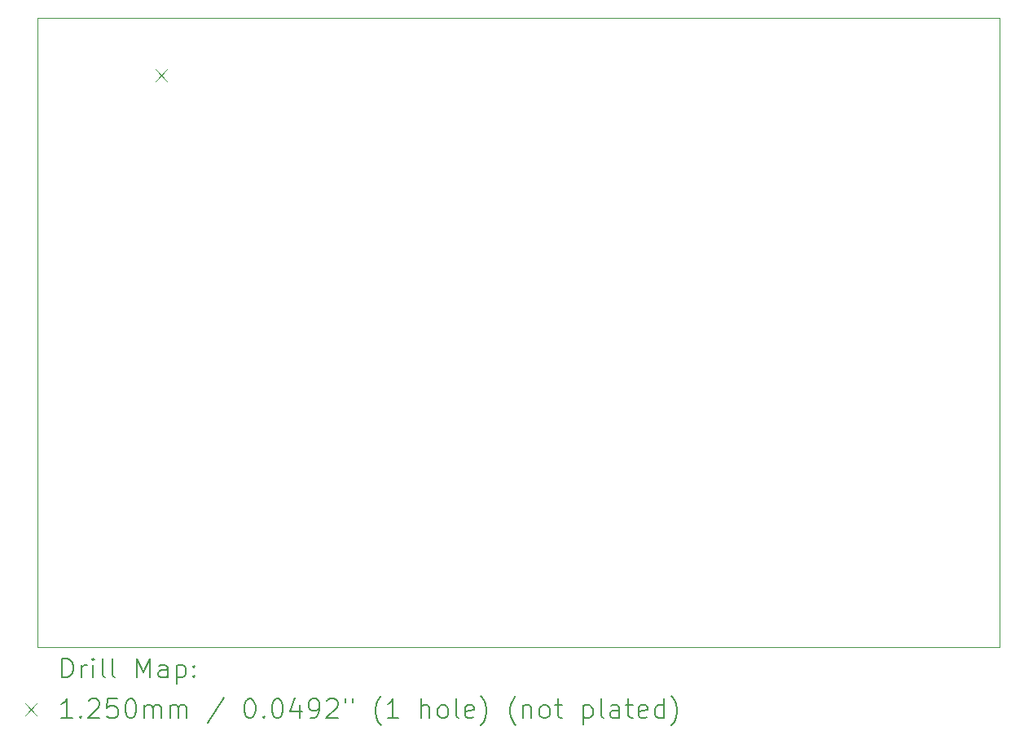
<source format=gbr>
%TF.GenerationSoftware,KiCad,Pcbnew,8.0.5*%
%TF.CreationDate,2025-03-10T17:56:19-07:00*%
%TF.ProjectId,flightcomputerv1,666c6967-6874-4636-9f6d-707574657276,rev?*%
%TF.SameCoordinates,Original*%
%TF.FileFunction,Drillmap*%
%TF.FilePolarity,Positive*%
%FSLAX45Y45*%
G04 Gerber Fmt 4.5, Leading zero omitted, Abs format (unit mm)*
G04 Created by KiCad (PCBNEW 8.0.5) date 2025-03-10 17:56:19*
%MOMM*%
%LPD*%
G01*
G04 APERTURE LIST*
%ADD10C,0.050000*%
%ADD11C,0.200000*%
%ADD12C,0.125000*%
G04 APERTURE END LIST*
D10*
X4950000Y-5975000D02*
X14950000Y-5975000D01*
X14950000Y-12525000D01*
X4950000Y-12525000D01*
X4950000Y-5975000D01*
D11*
D12*
X6175959Y-6512043D02*
X6300959Y-6637043D01*
X6300959Y-6512043D02*
X6175959Y-6637043D01*
D11*
X5208277Y-12838984D02*
X5208277Y-12638984D01*
X5208277Y-12638984D02*
X5255896Y-12638984D01*
X5255896Y-12638984D02*
X5284467Y-12648508D01*
X5284467Y-12648508D02*
X5303515Y-12667555D01*
X5303515Y-12667555D02*
X5313039Y-12686603D01*
X5313039Y-12686603D02*
X5322563Y-12724698D01*
X5322563Y-12724698D02*
X5322563Y-12753269D01*
X5322563Y-12753269D02*
X5313039Y-12791365D01*
X5313039Y-12791365D02*
X5303515Y-12810412D01*
X5303515Y-12810412D02*
X5284467Y-12829460D01*
X5284467Y-12829460D02*
X5255896Y-12838984D01*
X5255896Y-12838984D02*
X5208277Y-12838984D01*
X5408277Y-12838984D02*
X5408277Y-12705650D01*
X5408277Y-12743746D02*
X5417801Y-12724698D01*
X5417801Y-12724698D02*
X5427324Y-12715174D01*
X5427324Y-12715174D02*
X5446372Y-12705650D01*
X5446372Y-12705650D02*
X5465420Y-12705650D01*
X5532086Y-12838984D02*
X5532086Y-12705650D01*
X5532086Y-12638984D02*
X5522563Y-12648508D01*
X5522563Y-12648508D02*
X5532086Y-12658031D01*
X5532086Y-12658031D02*
X5541610Y-12648508D01*
X5541610Y-12648508D02*
X5532086Y-12638984D01*
X5532086Y-12638984D02*
X5532086Y-12658031D01*
X5655896Y-12838984D02*
X5636848Y-12829460D01*
X5636848Y-12829460D02*
X5627324Y-12810412D01*
X5627324Y-12810412D02*
X5627324Y-12638984D01*
X5760658Y-12838984D02*
X5741610Y-12829460D01*
X5741610Y-12829460D02*
X5732086Y-12810412D01*
X5732086Y-12810412D02*
X5732086Y-12638984D01*
X5989229Y-12838984D02*
X5989229Y-12638984D01*
X5989229Y-12638984D02*
X6055896Y-12781841D01*
X6055896Y-12781841D02*
X6122562Y-12638984D01*
X6122562Y-12638984D02*
X6122562Y-12838984D01*
X6303515Y-12838984D02*
X6303515Y-12734222D01*
X6303515Y-12734222D02*
X6293991Y-12715174D01*
X6293991Y-12715174D02*
X6274943Y-12705650D01*
X6274943Y-12705650D02*
X6236848Y-12705650D01*
X6236848Y-12705650D02*
X6217801Y-12715174D01*
X6303515Y-12829460D02*
X6284467Y-12838984D01*
X6284467Y-12838984D02*
X6236848Y-12838984D01*
X6236848Y-12838984D02*
X6217801Y-12829460D01*
X6217801Y-12829460D02*
X6208277Y-12810412D01*
X6208277Y-12810412D02*
X6208277Y-12791365D01*
X6208277Y-12791365D02*
X6217801Y-12772317D01*
X6217801Y-12772317D02*
X6236848Y-12762793D01*
X6236848Y-12762793D02*
X6284467Y-12762793D01*
X6284467Y-12762793D02*
X6303515Y-12753269D01*
X6398753Y-12705650D02*
X6398753Y-12905650D01*
X6398753Y-12715174D02*
X6417801Y-12705650D01*
X6417801Y-12705650D02*
X6455896Y-12705650D01*
X6455896Y-12705650D02*
X6474943Y-12715174D01*
X6474943Y-12715174D02*
X6484467Y-12724698D01*
X6484467Y-12724698D02*
X6493991Y-12743746D01*
X6493991Y-12743746D02*
X6493991Y-12800888D01*
X6493991Y-12800888D02*
X6484467Y-12819936D01*
X6484467Y-12819936D02*
X6474943Y-12829460D01*
X6474943Y-12829460D02*
X6455896Y-12838984D01*
X6455896Y-12838984D02*
X6417801Y-12838984D01*
X6417801Y-12838984D02*
X6398753Y-12829460D01*
X6579705Y-12819936D02*
X6589229Y-12829460D01*
X6589229Y-12829460D02*
X6579705Y-12838984D01*
X6579705Y-12838984D02*
X6570182Y-12829460D01*
X6570182Y-12829460D02*
X6579705Y-12819936D01*
X6579705Y-12819936D02*
X6579705Y-12838984D01*
X6579705Y-12715174D02*
X6589229Y-12724698D01*
X6589229Y-12724698D02*
X6579705Y-12734222D01*
X6579705Y-12734222D02*
X6570182Y-12724698D01*
X6570182Y-12724698D02*
X6579705Y-12715174D01*
X6579705Y-12715174D02*
X6579705Y-12734222D01*
D12*
X4822500Y-13105000D02*
X4947500Y-13230000D01*
X4947500Y-13105000D02*
X4822500Y-13230000D01*
D11*
X5313039Y-13258984D02*
X5198753Y-13258984D01*
X5255896Y-13258984D02*
X5255896Y-13058984D01*
X5255896Y-13058984D02*
X5236848Y-13087555D01*
X5236848Y-13087555D02*
X5217801Y-13106603D01*
X5217801Y-13106603D02*
X5198753Y-13116127D01*
X5398753Y-13239936D02*
X5408277Y-13249460D01*
X5408277Y-13249460D02*
X5398753Y-13258984D01*
X5398753Y-13258984D02*
X5389229Y-13249460D01*
X5389229Y-13249460D02*
X5398753Y-13239936D01*
X5398753Y-13239936D02*
X5398753Y-13258984D01*
X5484467Y-13078031D02*
X5493991Y-13068508D01*
X5493991Y-13068508D02*
X5513039Y-13058984D01*
X5513039Y-13058984D02*
X5560658Y-13058984D01*
X5560658Y-13058984D02*
X5579705Y-13068508D01*
X5579705Y-13068508D02*
X5589229Y-13078031D01*
X5589229Y-13078031D02*
X5598753Y-13097079D01*
X5598753Y-13097079D02*
X5598753Y-13116127D01*
X5598753Y-13116127D02*
X5589229Y-13144698D01*
X5589229Y-13144698D02*
X5474944Y-13258984D01*
X5474944Y-13258984D02*
X5598753Y-13258984D01*
X5779705Y-13058984D02*
X5684467Y-13058984D01*
X5684467Y-13058984D02*
X5674943Y-13154222D01*
X5674943Y-13154222D02*
X5684467Y-13144698D01*
X5684467Y-13144698D02*
X5703515Y-13135174D01*
X5703515Y-13135174D02*
X5751134Y-13135174D01*
X5751134Y-13135174D02*
X5770182Y-13144698D01*
X5770182Y-13144698D02*
X5779705Y-13154222D01*
X5779705Y-13154222D02*
X5789229Y-13173269D01*
X5789229Y-13173269D02*
X5789229Y-13220888D01*
X5789229Y-13220888D02*
X5779705Y-13239936D01*
X5779705Y-13239936D02*
X5770182Y-13249460D01*
X5770182Y-13249460D02*
X5751134Y-13258984D01*
X5751134Y-13258984D02*
X5703515Y-13258984D01*
X5703515Y-13258984D02*
X5684467Y-13249460D01*
X5684467Y-13249460D02*
X5674943Y-13239936D01*
X5913039Y-13058984D02*
X5932086Y-13058984D01*
X5932086Y-13058984D02*
X5951134Y-13068508D01*
X5951134Y-13068508D02*
X5960658Y-13078031D01*
X5960658Y-13078031D02*
X5970182Y-13097079D01*
X5970182Y-13097079D02*
X5979705Y-13135174D01*
X5979705Y-13135174D02*
X5979705Y-13182793D01*
X5979705Y-13182793D02*
X5970182Y-13220888D01*
X5970182Y-13220888D02*
X5960658Y-13239936D01*
X5960658Y-13239936D02*
X5951134Y-13249460D01*
X5951134Y-13249460D02*
X5932086Y-13258984D01*
X5932086Y-13258984D02*
X5913039Y-13258984D01*
X5913039Y-13258984D02*
X5893991Y-13249460D01*
X5893991Y-13249460D02*
X5884467Y-13239936D01*
X5884467Y-13239936D02*
X5874943Y-13220888D01*
X5874943Y-13220888D02*
X5865420Y-13182793D01*
X5865420Y-13182793D02*
X5865420Y-13135174D01*
X5865420Y-13135174D02*
X5874943Y-13097079D01*
X5874943Y-13097079D02*
X5884467Y-13078031D01*
X5884467Y-13078031D02*
X5893991Y-13068508D01*
X5893991Y-13068508D02*
X5913039Y-13058984D01*
X6065420Y-13258984D02*
X6065420Y-13125650D01*
X6065420Y-13144698D02*
X6074943Y-13135174D01*
X6074943Y-13135174D02*
X6093991Y-13125650D01*
X6093991Y-13125650D02*
X6122563Y-13125650D01*
X6122563Y-13125650D02*
X6141610Y-13135174D01*
X6141610Y-13135174D02*
X6151134Y-13154222D01*
X6151134Y-13154222D02*
X6151134Y-13258984D01*
X6151134Y-13154222D02*
X6160658Y-13135174D01*
X6160658Y-13135174D02*
X6179705Y-13125650D01*
X6179705Y-13125650D02*
X6208277Y-13125650D01*
X6208277Y-13125650D02*
X6227324Y-13135174D01*
X6227324Y-13135174D02*
X6236848Y-13154222D01*
X6236848Y-13154222D02*
X6236848Y-13258984D01*
X6332086Y-13258984D02*
X6332086Y-13125650D01*
X6332086Y-13144698D02*
X6341610Y-13135174D01*
X6341610Y-13135174D02*
X6360658Y-13125650D01*
X6360658Y-13125650D02*
X6389229Y-13125650D01*
X6389229Y-13125650D02*
X6408277Y-13135174D01*
X6408277Y-13135174D02*
X6417801Y-13154222D01*
X6417801Y-13154222D02*
X6417801Y-13258984D01*
X6417801Y-13154222D02*
X6427324Y-13135174D01*
X6427324Y-13135174D02*
X6446372Y-13125650D01*
X6446372Y-13125650D02*
X6474943Y-13125650D01*
X6474943Y-13125650D02*
X6493991Y-13135174D01*
X6493991Y-13135174D02*
X6503515Y-13154222D01*
X6503515Y-13154222D02*
X6503515Y-13258984D01*
X6893991Y-13049460D02*
X6722563Y-13306603D01*
X7151134Y-13058984D02*
X7170182Y-13058984D01*
X7170182Y-13058984D02*
X7189229Y-13068508D01*
X7189229Y-13068508D02*
X7198753Y-13078031D01*
X7198753Y-13078031D02*
X7208277Y-13097079D01*
X7208277Y-13097079D02*
X7217801Y-13135174D01*
X7217801Y-13135174D02*
X7217801Y-13182793D01*
X7217801Y-13182793D02*
X7208277Y-13220888D01*
X7208277Y-13220888D02*
X7198753Y-13239936D01*
X7198753Y-13239936D02*
X7189229Y-13249460D01*
X7189229Y-13249460D02*
X7170182Y-13258984D01*
X7170182Y-13258984D02*
X7151134Y-13258984D01*
X7151134Y-13258984D02*
X7132086Y-13249460D01*
X7132086Y-13249460D02*
X7122563Y-13239936D01*
X7122563Y-13239936D02*
X7113039Y-13220888D01*
X7113039Y-13220888D02*
X7103515Y-13182793D01*
X7103515Y-13182793D02*
X7103515Y-13135174D01*
X7103515Y-13135174D02*
X7113039Y-13097079D01*
X7113039Y-13097079D02*
X7122563Y-13078031D01*
X7122563Y-13078031D02*
X7132086Y-13068508D01*
X7132086Y-13068508D02*
X7151134Y-13058984D01*
X7303515Y-13239936D02*
X7313039Y-13249460D01*
X7313039Y-13249460D02*
X7303515Y-13258984D01*
X7303515Y-13258984D02*
X7293991Y-13249460D01*
X7293991Y-13249460D02*
X7303515Y-13239936D01*
X7303515Y-13239936D02*
X7303515Y-13258984D01*
X7436848Y-13058984D02*
X7455896Y-13058984D01*
X7455896Y-13058984D02*
X7474944Y-13068508D01*
X7474944Y-13068508D02*
X7484467Y-13078031D01*
X7484467Y-13078031D02*
X7493991Y-13097079D01*
X7493991Y-13097079D02*
X7503515Y-13135174D01*
X7503515Y-13135174D02*
X7503515Y-13182793D01*
X7503515Y-13182793D02*
X7493991Y-13220888D01*
X7493991Y-13220888D02*
X7484467Y-13239936D01*
X7484467Y-13239936D02*
X7474944Y-13249460D01*
X7474944Y-13249460D02*
X7455896Y-13258984D01*
X7455896Y-13258984D02*
X7436848Y-13258984D01*
X7436848Y-13258984D02*
X7417801Y-13249460D01*
X7417801Y-13249460D02*
X7408277Y-13239936D01*
X7408277Y-13239936D02*
X7398753Y-13220888D01*
X7398753Y-13220888D02*
X7389229Y-13182793D01*
X7389229Y-13182793D02*
X7389229Y-13135174D01*
X7389229Y-13135174D02*
X7398753Y-13097079D01*
X7398753Y-13097079D02*
X7408277Y-13078031D01*
X7408277Y-13078031D02*
X7417801Y-13068508D01*
X7417801Y-13068508D02*
X7436848Y-13058984D01*
X7674944Y-13125650D02*
X7674944Y-13258984D01*
X7627325Y-13049460D02*
X7579706Y-13192317D01*
X7579706Y-13192317D02*
X7703515Y-13192317D01*
X7789229Y-13258984D02*
X7827325Y-13258984D01*
X7827325Y-13258984D02*
X7846372Y-13249460D01*
X7846372Y-13249460D02*
X7855896Y-13239936D01*
X7855896Y-13239936D02*
X7874944Y-13211365D01*
X7874944Y-13211365D02*
X7884467Y-13173269D01*
X7884467Y-13173269D02*
X7884467Y-13097079D01*
X7884467Y-13097079D02*
X7874944Y-13078031D01*
X7874944Y-13078031D02*
X7865420Y-13068508D01*
X7865420Y-13068508D02*
X7846372Y-13058984D01*
X7846372Y-13058984D02*
X7808277Y-13058984D01*
X7808277Y-13058984D02*
X7789229Y-13068508D01*
X7789229Y-13068508D02*
X7779706Y-13078031D01*
X7779706Y-13078031D02*
X7770182Y-13097079D01*
X7770182Y-13097079D02*
X7770182Y-13144698D01*
X7770182Y-13144698D02*
X7779706Y-13163746D01*
X7779706Y-13163746D02*
X7789229Y-13173269D01*
X7789229Y-13173269D02*
X7808277Y-13182793D01*
X7808277Y-13182793D02*
X7846372Y-13182793D01*
X7846372Y-13182793D02*
X7865420Y-13173269D01*
X7865420Y-13173269D02*
X7874944Y-13163746D01*
X7874944Y-13163746D02*
X7884467Y-13144698D01*
X7960658Y-13078031D02*
X7970182Y-13068508D01*
X7970182Y-13068508D02*
X7989229Y-13058984D01*
X7989229Y-13058984D02*
X8036848Y-13058984D01*
X8036848Y-13058984D02*
X8055896Y-13068508D01*
X8055896Y-13068508D02*
X8065420Y-13078031D01*
X8065420Y-13078031D02*
X8074944Y-13097079D01*
X8074944Y-13097079D02*
X8074944Y-13116127D01*
X8074944Y-13116127D02*
X8065420Y-13144698D01*
X8065420Y-13144698D02*
X7951134Y-13258984D01*
X7951134Y-13258984D02*
X8074944Y-13258984D01*
X8151134Y-13058984D02*
X8151134Y-13097079D01*
X8227325Y-13058984D02*
X8227325Y-13097079D01*
X8522563Y-13335174D02*
X8513039Y-13325650D01*
X8513039Y-13325650D02*
X8493991Y-13297079D01*
X8493991Y-13297079D02*
X8484468Y-13278031D01*
X8484468Y-13278031D02*
X8474944Y-13249460D01*
X8474944Y-13249460D02*
X8465420Y-13201841D01*
X8465420Y-13201841D02*
X8465420Y-13163746D01*
X8465420Y-13163746D02*
X8474944Y-13116127D01*
X8474944Y-13116127D02*
X8484468Y-13087555D01*
X8484468Y-13087555D02*
X8493991Y-13068508D01*
X8493991Y-13068508D02*
X8513039Y-13039936D01*
X8513039Y-13039936D02*
X8522563Y-13030412D01*
X8703515Y-13258984D02*
X8589230Y-13258984D01*
X8646372Y-13258984D02*
X8646372Y-13058984D01*
X8646372Y-13058984D02*
X8627325Y-13087555D01*
X8627325Y-13087555D02*
X8608277Y-13106603D01*
X8608277Y-13106603D02*
X8589230Y-13116127D01*
X8941611Y-13258984D02*
X8941611Y-13058984D01*
X9027325Y-13258984D02*
X9027325Y-13154222D01*
X9027325Y-13154222D02*
X9017801Y-13135174D01*
X9017801Y-13135174D02*
X8998753Y-13125650D01*
X8998753Y-13125650D02*
X8970182Y-13125650D01*
X8970182Y-13125650D02*
X8951134Y-13135174D01*
X8951134Y-13135174D02*
X8941611Y-13144698D01*
X9151134Y-13258984D02*
X9132087Y-13249460D01*
X9132087Y-13249460D02*
X9122563Y-13239936D01*
X9122563Y-13239936D02*
X9113039Y-13220888D01*
X9113039Y-13220888D02*
X9113039Y-13163746D01*
X9113039Y-13163746D02*
X9122563Y-13144698D01*
X9122563Y-13144698D02*
X9132087Y-13135174D01*
X9132087Y-13135174D02*
X9151134Y-13125650D01*
X9151134Y-13125650D02*
X9179706Y-13125650D01*
X9179706Y-13125650D02*
X9198753Y-13135174D01*
X9198753Y-13135174D02*
X9208277Y-13144698D01*
X9208277Y-13144698D02*
X9217801Y-13163746D01*
X9217801Y-13163746D02*
X9217801Y-13220888D01*
X9217801Y-13220888D02*
X9208277Y-13239936D01*
X9208277Y-13239936D02*
X9198753Y-13249460D01*
X9198753Y-13249460D02*
X9179706Y-13258984D01*
X9179706Y-13258984D02*
X9151134Y-13258984D01*
X9332087Y-13258984D02*
X9313039Y-13249460D01*
X9313039Y-13249460D02*
X9303515Y-13230412D01*
X9303515Y-13230412D02*
X9303515Y-13058984D01*
X9484468Y-13249460D02*
X9465420Y-13258984D01*
X9465420Y-13258984D02*
X9427325Y-13258984D01*
X9427325Y-13258984D02*
X9408277Y-13249460D01*
X9408277Y-13249460D02*
X9398753Y-13230412D01*
X9398753Y-13230412D02*
X9398753Y-13154222D01*
X9398753Y-13154222D02*
X9408277Y-13135174D01*
X9408277Y-13135174D02*
X9427325Y-13125650D01*
X9427325Y-13125650D02*
X9465420Y-13125650D01*
X9465420Y-13125650D02*
X9484468Y-13135174D01*
X9484468Y-13135174D02*
X9493992Y-13154222D01*
X9493992Y-13154222D02*
X9493992Y-13173269D01*
X9493992Y-13173269D02*
X9398753Y-13192317D01*
X9560658Y-13335174D02*
X9570182Y-13325650D01*
X9570182Y-13325650D02*
X9589230Y-13297079D01*
X9589230Y-13297079D02*
X9598753Y-13278031D01*
X9598753Y-13278031D02*
X9608277Y-13249460D01*
X9608277Y-13249460D02*
X9617801Y-13201841D01*
X9617801Y-13201841D02*
X9617801Y-13163746D01*
X9617801Y-13163746D02*
X9608277Y-13116127D01*
X9608277Y-13116127D02*
X9598753Y-13087555D01*
X9598753Y-13087555D02*
X9589230Y-13068508D01*
X9589230Y-13068508D02*
X9570182Y-13039936D01*
X9570182Y-13039936D02*
X9560658Y-13030412D01*
X9922563Y-13335174D02*
X9913039Y-13325650D01*
X9913039Y-13325650D02*
X9893992Y-13297079D01*
X9893992Y-13297079D02*
X9884468Y-13278031D01*
X9884468Y-13278031D02*
X9874944Y-13249460D01*
X9874944Y-13249460D02*
X9865420Y-13201841D01*
X9865420Y-13201841D02*
X9865420Y-13163746D01*
X9865420Y-13163746D02*
X9874944Y-13116127D01*
X9874944Y-13116127D02*
X9884468Y-13087555D01*
X9884468Y-13087555D02*
X9893992Y-13068508D01*
X9893992Y-13068508D02*
X9913039Y-13039936D01*
X9913039Y-13039936D02*
X9922563Y-13030412D01*
X9998753Y-13125650D02*
X9998753Y-13258984D01*
X9998753Y-13144698D02*
X10008277Y-13135174D01*
X10008277Y-13135174D02*
X10027325Y-13125650D01*
X10027325Y-13125650D02*
X10055896Y-13125650D01*
X10055896Y-13125650D02*
X10074944Y-13135174D01*
X10074944Y-13135174D02*
X10084468Y-13154222D01*
X10084468Y-13154222D02*
X10084468Y-13258984D01*
X10208277Y-13258984D02*
X10189230Y-13249460D01*
X10189230Y-13249460D02*
X10179706Y-13239936D01*
X10179706Y-13239936D02*
X10170182Y-13220888D01*
X10170182Y-13220888D02*
X10170182Y-13163746D01*
X10170182Y-13163746D02*
X10179706Y-13144698D01*
X10179706Y-13144698D02*
X10189230Y-13135174D01*
X10189230Y-13135174D02*
X10208277Y-13125650D01*
X10208277Y-13125650D02*
X10236849Y-13125650D01*
X10236849Y-13125650D02*
X10255896Y-13135174D01*
X10255896Y-13135174D02*
X10265420Y-13144698D01*
X10265420Y-13144698D02*
X10274944Y-13163746D01*
X10274944Y-13163746D02*
X10274944Y-13220888D01*
X10274944Y-13220888D02*
X10265420Y-13239936D01*
X10265420Y-13239936D02*
X10255896Y-13249460D01*
X10255896Y-13249460D02*
X10236849Y-13258984D01*
X10236849Y-13258984D02*
X10208277Y-13258984D01*
X10332087Y-13125650D02*
X10408277Y-13125650D01*
X10360658Y-13058984D02*
X10360658Y-13230412D01*
X10360658Y-13230412D02*
X10370182Y-13249460D01*
X10370182Y-13249460D02*
X10389230Y-13258984D01*
X10389230Y-13258984D02*
X10408277Y-13258984D01*
X10627325Y-13125650D02*
X10627325Y-13325650D01*
X10627325Y-13135174D02*
X10646373Y-13125650D01*
X10646373Y-13125650D02*
X10684468Y-13125650D01*
X10684468Y-13125650D02*
X10703515Y-13135174D01*
X10703515Y-13135174D02*
X10713039Y-13144698D01*
X10713039Y-13144698D02*
X10722563Y-13163746D01*
X10722563Y-13163746D02*
X10722563Y-13220888D01*
X10722563Y-13220888D02*
X10713039Y-13239936D01*
X10713039Y-13239936D02*
X10703515Y-13249460D01*
X10703515Y-13249460D02*
X10684468Y-13258984D01*
X10684468Y-13258984D02*
X10646373Y-13258984D01*
X10646373Y-13258984D02*
X10627325Y-13249460D01*
X10836849Y-13258984D02*
X10817801Y-13249460D01*
X10817801Y-13249460D02*
X10808277Y-13230412D01*
X10808277Y-13230412D02*
X10808277Y-13058984D01*
X10998754Y-13258984D02*
X10998754Y-13154222D01*
X10998754Y-13154222D02*
X10989230Y-13135174D01*
X10989230Y-13135174D02*
X10970182Y-13125650D01*
X10970182Y-13125650D02*
X10932087Y-13125650D01*
X10932087Y-13125650D02*
X10913039Y-13135174D01*
X10998754Y-13249460D02*
X10979706Y-13258984D01*
X10979706Y-13258984D02*
X10932087Y-13258984D01*
X10932087Y-13258984D02*
X10913039Y-13249460D01*
X10913039Y-13249460D02*
X10903515Y-13230412D01*
X10903515Y-13230412D02*
X10903515Y-13211365D01*
X10903515Y-13211365D02*
X10913039Y-13192317D01*
X10913039Y-13192317D02*
X10932087Y-13182793D01*
X10932087Y-13182793D02*
X10979706Y-13182793D01*
X10979706Y-13182793D02*
X10998754Y-13173269D01*
X11065420Y-13125650D02*
X11141611Y-13125650D01*
X11093992Y-13058984D02*
X11093992Y-13230412D01*
X11093992Y-13230412D02*
X11103515Y-13249460D01*
X11103515Y-13249460D02*
X11122563Y-13258984D01*
X11122563Y-13258984D02*
X11141611Y-13258984D01*
X11284468Y-13249460D02*
X11265420Y-13258984D01*
X11265420Y-13258984D02*
X11227325Y-13258984D01*
X11227325Y-13258984D02*
X11208277Y-13249460D01*
X11208277Y-13249460D02*
X11198753Y-13230412D01*
X11198753Y-13230412D02*
X11198753Y-13154222D01*
X11198753Y-13154222D02*
X11208277Y-13135174D01*
X11208277Y-13135174D02*
X11227325Y-13125650D01*
X11227325Y-13125650D02*
X11265420Y-13125650D01*
X11265420Y-13125650D02*
X11284468Y-13135174D01*
X11284468Y-13135174D02*
X11293992Y-13154222D01*
X11293992Y-13154222D02*
X11293992Y-13173269D01*
X11293992Y-13173269D02*
X11198753Y-13192317D01*
X11465420Y-13258984D02*
X11465420Y-13058984D01*
X11465420Y-13249460D02*
X11446373Y-13258984D01*
X11446373Y-13258984D02*
X11408277Y-13258984D01*
X11408277Y-13258984D02*
X11389230Y-13249460D01*
X11389230Y-13249460D02*
X11379706Y-13239936D01*
X11379706Y-13239936D02*
X11370182Y-13220888D01*
X11370182Y-13220888D02*
X11370182Y-13163746D01*
X11370182Y-13163746D02*
X11379706Y-13144698D01*
X11379706Y-13144698D02*
X11389230Y-13135174D01*
X11389230Y-13135174D02*
X11408277Y-13125650D01*
X11408277Y-13125650D02*
X11446373Y-13125650D01*
X11446373Y-13125650D02*
X11465420Y-13135174D01*
X11541611Y-13335174D02*
X11551134Y-13325650D01*
X11551134Y-13325650D02*
X11570182Y-13297079D01*
X11570182Y-13297079D02*
X11579706Y-13278031D01*
X11579706Y-13278031D02*
X11589230Y-13249460D01*
X11589230Y-13249460D02*
X11598753Y-13201841D01*
X11598753Y-13201841D02*
X11598753Y-13163746D01*
X11598753Y-13163746D02*
X11589230Y-13116127D01*
X11589230Y-13116127D02*
X11579706Y-13087555D01*
X11579706Y-13087555D02*
X11570182Y-13068508D01*
X11570182Y-13068508D02*
X11551134Y-13039936D01*
X11551134Y-13039936D02*
X11541611Y-13030412D01*
M02*

</source>
